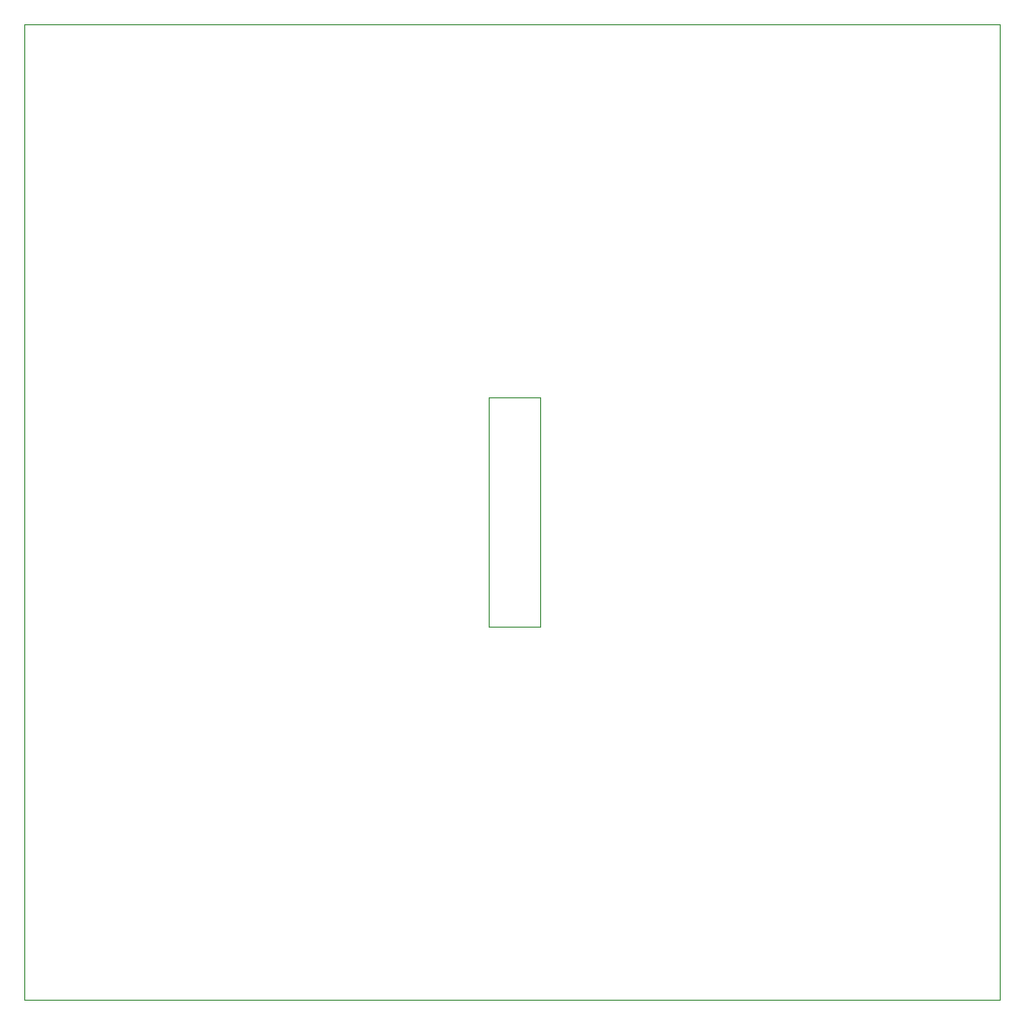
<source format=gbr>
G04 ===== Begin FILE IDENTIFICATION =====*
G04 File Format:  Gerber RS274X*
G04 ===== End FILE IDENTIFICATION =====*
%FSLAX24Y24*%
%MOIN*%
%SFA1.0000B1.0000*%
%OFA0.0B0.0*%
%ADD14C,0.000984*%
%LNbond*%
%IPPOS*%
%LPD*%
G75*
D14*
G01X15925Y20669D02*
G01Y12795D01*
G01X17697Y20669D02*
G01X15925D01*
G01X0Y33465D02*
G01Y0D01*
G01X33465Y33465D02*
G01X0D01*
G01X33465Y0D02*
G01Y33465D01*
G01X0Y0D02*
G01X33465D01*
G01X15925Y12795D02*
G01X17697D01*

G01Y20669D01*
M02*


</source>
